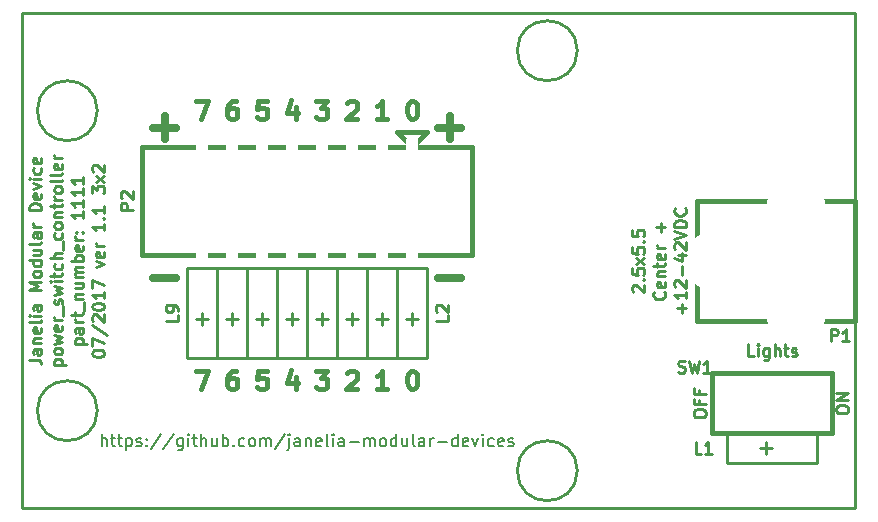
<source format=gto>
G04 #@! TF.GenerationSoftware,KiCad,Pcbnew,no-vcs-found-0633d90~59~ubuntu16.04.1*
G04 #@! TF.CreationDate,2017-07-14T14:52:39-04:00*
G04 #@! TF.ProjectId,power_switch_controller_3x2,706F7765725F7377697463685F636F6E,1.1*
G04 #@! TF.SameCoordinates,Original
G04 #@! TF.FileFunction,Legend,Top*
G04 #@! TF.FilePolarity,Positive*
%FSLAX46Y46*%
G04 Gerber Fmt 4.6, Leading zero omitted, Abs format (unit mm)*
G04 Created by KiCad (PCBNEW no-vcs-found-0633d90~59~ubuntu16.04.1) date Fri Jul 14 14:52:39 2017*
%MOMM*%
%LPD*%
G01*
G04 APERTURE LIST*
%ADD10C,0.254000*%
%ADD11C,0.635000*%
%ADD12C,0.381000*%
%ADD13C,0.228600*%
%ADD14C,0.190500*%
%ADD15C,3.556000*%
%ADD16O,1.854200X2.540000*%
%ADD17R,1.854200X2.540000*%
%ADD18O,2.032000X1.524000*%
%ADD19O,1.524000X2.032000*%
%ADD20C,1.930400*%
%ADD21O,4.572000X3.556000*%
%ADD22O,4.064000X5.080000*%
%ADD23O,5.080000X3.556000*%
%ADD24R,1.016000X4.495800*%
%ADD25O,1.651000X2.159000*%
G04 APERTURE END LIST*
D10*
X137462380Y-91536761D02*
X137414000Y-91488380D01*
X137365619Y-91391619D01*
X137365619Y-91149714D01*
X137414000Y-91052952D01*
X137462380Y-91004571D01*
X137559142Y-90956190D01*
X137655904Y-90956190D01*
X137801047Y-91004571D01*
X138381619Y-91585142D01*
X138381619Y-90956190D01*
X138284857Y-90520761D02*
X138333238Y-90472380D01*
X138381619Y-90520761D01*
X138333238Y-90569142D01*
X138284857Y-90520761D01*
X138381619Y-90520761D01*
X137365619Y-89553142D02*
X137365619Y-90036952D01*
X137849428Y-90085333D01*
X137801047Y-90036952D01*
X137752666Y-89940190D01*
X137752666Y-89698285D01*
X137801047Y-89601523D01*
X137849428Y-89553142D01*
X137946190Y-89504761D01*
X138188095Y-89504761D01*
X138284857Y-89553142D01*
X138333238Y-89601523D01*
X138381619Y-89698285D01*
X138381619Y-89940190D01*
X138333238Y-90036952D01*
X138284857Y-90085333D01*
X138381619Y-89166095D02*
X137704285Y-88633904D01*
X137704285Y-89166095D02*
X138381619Y-88633904D01*
X137365619Y-87763047D02*
X137365619Y-88246857D01*
X137849428Y-88295238D01*
X137801047Y-88246857D01*
X137752666Y-88150095D01*
X137752666Y-87908190D01*
X137801047Y-87811428D01*
X137849428Y-87763047D01*
X137946190Y-87714666D01*
X138188095Y-87714666D01*
X138284857Y-87763047D01*
X138333238Y-87811428D01*
X138381619Y-87908190D01*
X138381619Y-88150095D01*
X138333238Y-88246857D01*
X138284857Y-88295238D01*
X138284857Y-87279238D02*
X138333238Y-87230857D01*
X138381619Y-87279238D01*
X138333238Y-87327619D01*
X138284857Y-87279238D01*
X138381619Y-87279238D01*
X137365619Y-86311619D02*
X137365619Y-86795428D01*
X137849428Y-86843809D01*
X137801047Y-86795428D01*
X137752666Y-86698666D01*
X137752666Y-86456761D01*
X137801047Y-86360000D01*
X137849428Y-86311619D01*
X137946190Y-86263238D01*
X138188095Y-86263238D01*
X138284857Y-86311619D01*
X138333238Y-86360000D01*
X138381619Y-86456761D01*
X138381619Y-86698666D01*
X138333238Y-86795428D01*
X138284857Y-86843809D01*
X140062857Y-91536761D02*
X140111238Y-91585142D01*
X140159619Y-91730285D01*
X140159619Y-91827047D01*
X140111238Y-91972190D01*
X140014476Y-92068952D01*
X139917714Y-92117333D01*
X139724190Y-92165714D01*
X139579047Y-92165714D01*
X139385523Y-92117333D01*
X139288761Y-92068952D01*
X139192000Y-91972190D01*
X139143619Y-91827047D01*
X139143619Y-91730285D01*
X139192000Y-91585142D01*
X139240380Y-91536761D01*
X140111238Y-90714285D02*
X140159619Y-90811047D01*
X140159619Y-91004571D01*
X140111238Y-91101333D01*
X140014476Y-91149714D01*
X139627428Y-91149714D01*
X139530666Y-91101333D01*
X139482285Y-91004571D01*
X139482285Y-90811047D01*
X139530666Y-90714285D01*
X139627428Y-90665904D01*
X139724190Y-90665904D01*
X139820952Y-91149714D01*
X139482285Y-90230476D02*
X140159619Y-90230476D01*
X139579047Y-90230476D02*
X139530666Y-90182095D01*
X139482285Y-90085333D01*
X139482285Y-89940190D01*
X139530666Y-89843428D01*
X139627428Y-89795047D01*
X140159619Y-89795047D01*
X139482285Y-89456380D02*
X139482285Y-89069333D01*
X139143619Y-89311238D02*
X140014476Y-89311238D01*
X140111238Y-89262857D01*
X140159619Y-89166095D01*
X140159619Y-89069333D01*
X140111238Y-88343619D02*
X140159619Y-88440380D01*
X140159619Y-88633904D01*
X140111238Y-88730666D01*
X140014476Y-88779047D01*
X139627428Y-88779047D01*
X139530666Y-88730666D01*
X139482285Y-88633904D01*
X139482285Y-88440380D01*
X139530666Y-88343619D01*
X139627428Y-88295238D01*
X139724190Y-88295238D01*
X139820952Y-88779047D01*
X140159619Y-87859809D02*
X139482285Y-87859809D01*
X139675809Y-87859809D02*
X139579047Y-87811428D01*
X139530666Y-87763047D01*
X139482285Y-87666285D01*
X139482285Y-87569523D01*
X139772571Y-86456761D02*
X139772571Y-85682666D01*
X140159619Y-86069714D02*
X139385523Y-86069714D01*
X141550571Y-93302666D02*
X141550571Y-92528571D01*
X141937619Y-92915619D02*
X141163523Y-92915619D01*
X141937619Y-91512571D02*
X141937619Y-92093142D01*
X141937619Y-91802857D02*
X140921619Y-91802857D01*
X141066761Y-91899619D01*
X141163523Y-91996380D01*
X141211904Y-92093142D01*
X141018380Y-91125523D02*
X140970000Y-91077142D01*
X140921619Y-90980380D01*
X140921619Y-90738476D01*
X140970000Y-90641714D01*
X141018380Y-90593333D01*
X141115142Y-90544952D01*
X141211904Y-90544952D01*
X141357047Y-90593333D01*
X141937619Y-91173904D01*
X141937619Y-90544952D01*
X141550571Y-90109523D02*
X141550571Y-89335428D01*
X141260285Y-88416190D02*
X141937619Y-88416190D01*
X140873238Y-88658095D02*
X141598952Y-88900000D01*
X141598952Y-88271047D01*
X141018380Y-87932380D02*
X140970000Y-87884000D01*
X140921619Y-87787238D01*
X140921619Y-87545333D01*
X140970000Y-87448571D01*
X141018380Y-87400190D01*
X141115142Y-87351809D01*
X141211904Y-87351809D01*
X141357047Y-87400190D01*
X141937619Y-87980761D01*
X141937619Y-87351809D01*
X140921619Y-87061523D02*
X141937619Y-86722857D01*
X140921619Y-86384190D01*
X141937619Y-86045523D02*
X140921619Y-86045523D01*
X140921619Y-85803619D01*
X140970000Y-85658476D01*
X141066761Y-85561714D01*
X141163523Y-85513333D01*
X141357047Y-85464952D01*
X141502190Y-85464952D01*
X141695714Y-85513333D01*
X141792476Y-85561714D01*
X141889238Y-85658476D01*
X141937619Y-85803619D01*
X141937619Y-86045523D01*
X141840857Y-84448952D02*
X141889238Y-84497333D01*
X141937619Y-84642476D01*
X141937619Y-84739238D01*
X141889238Y-84884380D01*
X141792476Y-84981142D01*
X141695714Y-85029523D01*
X141502190Y-85077904D01*
X141357047Y-85077904D01*
X141163523Y-85029523D01*
X141066761Y-84981142D01*
X140970000Y-84884380D01*
X140921619Y-84739238D01*
X140921619Y-84642476D01*
X140970000Y-84497333D01*
X141018380Y-84448952D01*
X147676809Y-96979619D02*
X147193000Y-96979619D01*
X147193000Y-95963619D01*
X148015476Y-96979619D02*
X148015476Y-96302285D01*
X148015476Y-95963619D02*
X147967095Y-96012000D01*
X148015476Y-96060380D01*
X148063857Y-96012000D01*
X148015476Y-95963619D01*
X148015476Y-96060380D01*
X148934714Y-96302285D02*
X148934714Y-97124761D01*
X148886333Y-97221523D01*
X148837952Y-97269904D01*
X148741190Y-97318285D01*
X148596047Y-97318285D01*
X148499285Y-97269904D01*
X148934714Y-96931238D02*
X148837952Y-96979619D01*
X148644428Y-96979619D01*
X148547666Y-96931238D01*
X148499285Y-96882857D01*
X148450904Y-96786095D01*
X148450904Y-96495809D01*
X148499285Y-96399047D01*
X148547666Y-96350666D01*
X148644428Y-96302285D01*
X148837952Y-96302285D01*
X148934714Y-96350666D01*
X149418523Y-96979619D02*
X149418523Y-95963619D01*
X149853952Y-96979619D02*
X149853952Y-96447428D01*
X149805571Y-96350666D01*
X149708809Y-96302285D01*
X149563666Y-96302285D01*
X149466904Y-96350666D01*
X149418523Y-96399047D01*
X150192619Y-96302285D02*
X150579666Y-96302285D01*
X150337761Y-95963619D02*
X150337761Y-96834476D01*
X150386142Y-96931238D01*
X150482904Y-96979619D01*
X150579666Y-96979619D01*
X150869952Y-96931238D02*
X150966714Y-96979619D01*
X151160238Y-96979619D01*
X151257000Y-96931238D01*
X151305380Y-96834476D01*
X151305380Y-96786095D01*
X151257000Y-96689333D01*
X151160238Y-96640952D01*
X151015095Y-96640952D01*
X150918333Y-96592571D01*
X150869952Y-96495809D01*
X150869952Y-96447428D01*
X150918333Y-96350666D01*
X151015095Y-96302285D01*
X151160238Y-96302285D01*
X151257000Y-96350666D01*
D11*
X120952380Y-90351428D02*
X122887619Y-90351428D01*
X96822380Y-90351428D02*
X98757619Y-90351428D01*
X120952380Y-77651428D02*
X122887619Y-77651428D01*
X121920000Y-78619047D02*
X121920000Y-76683809D01*
X96822380Y-77651428D02*
X98757619Y-77651428D01*
X97790000Y-78619047D02*
X97790000Y-76683809D01*
D12*
X100457000Y-75365428D02*
X101473000Y-75365428D01*
X100819857Y-76889428D01*
X103795285Y-75365428D02*
X103505000Y-75365428D01*
X103359857Y-75438000D01*
X103287285Y-75510571D01*
X103142142Y-75728285D01*
X103069571Y-76018571D01*
X103069571Y-76599142D01*
X103142142Y-76744285D01*
X103214714Y-76816857D01*
X103359857Y-76889428D01*
X103650142Y-76889428D01*
X103795285Y-76816857D01*
X103867857Y-76744285D01*
X103940428Y-76599142D01*
X103940428Y-76236285D01*
X103867857Y-76091142D01*
X103795285Y-76018571D01*
X103650142Y-75946000D01*
X103359857Y-75946000D01*
X103214714Y-76018571D01*
X103142142Y-76091142D01*
X103069571Y-76236285D01*
X106407857Y-75365428D02*
X105682142Y-75365428D01*
X105609571Y-76091142D01*
X105682142Y-76018571D01*
X105827285Y-75946000D01*
X106190142Y-75946000D01*
X106335285Y-76018571D01*
X106407857Y-76091142D01*
X106480428Y-76236285D01*
X106480428Y-76599142D01*
X106407857Y-76744285D01*
X106335285Y-76816857D01*
X106190142Y-76889428D01*
X105827285Y-76889428D01*
X105682142Y-76816857D01*
X105609571Y-76744285D01*
X108875285Y-75873428D02*
X108875285Y-76889428D01*
X108512428Y-75292857D02*
X108149571Y-76381428D01*
X109093000Y-76381428D01*
X110617000Y-75365428D02*
X111560428Y-75365428D01*
X111052428Y-75946000D01*
X111270142Y-75946000D01*
X111415285Y-76018571D01*
X111487857Y-76091142D01*
X111560428Y-76236285D01*
X111560428Y-76599142D01*
X111487857Y-76744285D01*
X111415285Y-76816857D01*
X111270142Y-76889428D01*
X110834714Y-76889428D01*
X110689571Y-76816857D01*
X110617000Y-76744285D01*
X113229571Y-75510571D02*
X113302142Y-75438000D01*
X113447285Y-75365428D01*
X113810142Y-75365428D01*
X113955285Y-75438000D01*
X114027857Y-75510571D01*
X114100428Y-75655714D01*
X114100428Y-75800857D01*
X114027857Y-76018571D01*
X113157000Y-76889428D01*
X114100428Y-76889428D01*
X116640428Y-76889428D02*
X115769571Y-76889428D01*
X116205000Y-76889428D02*
X116205000Y-75365428D01*
X116059857Y-75583142D01*
X115914714Y-75728285D01*
X115769571Y-75800857D01*
X100457000Y-98225428D02*
X101473000Y-98225428D01*
X100819857Y-99749428D01*
X103795285Y-98225428D02*
X103505000Y-98225428D01*
X103359857Y-98298000D01*
X103287285Y-98370571D01*
X103142142Y-98588285D01*
X103069571Y-98878571D01*
X103069571Y-99459142D01*
X103142142Y-99604285D01*
X103214714Y-99676857D01*
X103359857Y-99749428D01*
X103650142Y-99749428D01*
X103795285Y-99676857D01*
X103867857Y-99604285D01*
X103940428Y-99459142D01*
X103940428Y-99096285D01*
X103867857Y-98951142D01*
X103795285Y-98878571D01*
X103650142Y-98806000D01*
X103359857Y-98806000D01*
X103214714Y-98878571D01*
X103142142Y-98951142D01*
X103069571Y-99096285D01*
X106407857Y-98225428D02*
X105682142Y-98225428D01*
X105609571Y-98951142D01*
X105682142Y-98878571D01*
X105827285Y-98806000D01*
X106190142Y-98806000D01*
X106335285Y-98878571D01*
X106407857Y-98951142D01*
X106480428Y-99096285D01*
X106480428Y-99459142D01*
X106407857Y-99604285D01*
X106335285Y-99676857D01*
X106190142Y-99749428D01*
X105827285Y-99749428D01*
X105682142Y-99676857D01*
X105609571Y-99604285D01*
X108875285Y-98733428D02*
X108875285Y-99749428D01*
X108512428Y-98152857D02*
X108149571Y-99241428D01*
X109093000Y-99241428D01*
X110617000Y-98225428D02*
X111560428Y-98225428D01*
X111052428Y-98806000D01*
X111270142Y-98806000D01*
X111415285Y-98878571D01*
X111487857Y-98951142D01*
X111560428Y-99096285D01*
X111560428Y-99459142D01*
X111487857Y-99604285D01*
X111415285Y-99676857D01*
X111270142Y-99749428D01*
X110834714Y-99749428D01*
X110689571Y-99676857D01*
X110617000Y-99604285D01*
X113229571Y-98370571D02*
X113302142Y-98298000D01*
X113447285Y-98225428D01*
X113810142Y-98225428D01*
X113955285Y-98298000D01*
X114027857Y-98370571D01*
X114100428Y-98515714D01*
X114100428Y-98660857D01*
X114027857Y-98878571D01*
X113157000Y-99749428D01*
X114100428Y-99749428D01*
X116640428Y-99749428D02*
X115769571Y-99749428D01*
X116205000Y-99749428D02*
X116205000Y-98225428D01*
X116059857Y-98443142D01*
X115914714Y-98588285D01*
X115769571Y-98660857D01*
X118672428Y-98225428D02*
X118817571Y-98225428D01*
X118962714Y-98298000D01*
X119035285Y-98370571D01*
X119107857Y-98515714D01*
X119180428Y-98806000D01*
X119180428Y-99168857D01*
X119107857Y-99459142D01*
X119035285Y-99604285D01*
X118962714Y-99676857D01*
X118817571Y-99749428D01*
X118672428Y-99749428D01*
X118527285Y-99676857D01*
X118454714Y-99604285D01*
X118382142Y-99459142D01*
X118309571Y-99168857D01*
X118309571Y-98806000D01*
X118382142Y-98515714D01*
X118454714Y-98370571D01*
X118527285Y-98298000D01*
X118672428Y-98225428D01*
X118672428Y-75365428D02*
X118817571Y-75365428D01*
X118962714Y-75438000D01*
X119035285Y-75510571D01*
X119107857Y-75655714D01*
X119180428Y-75946000D01*
X119180428Y-76308857D01*
X119107857Y-76599142D01*
X119035285Y-76744285D01*
X118962714Y-76816857D01*
X118817571Y-76889428D01*
X118672428Y-76889428D01*
X118527285Y-76816857D01*
X118454714Y-76744285D01*
X118382142Y-76599142D01*
X118309571Y-76308857D01*
X118309571Y-75946000D01*
X118382142Y-75655714D01*
X118454714Y-75510571D01*
X118527285Y-75438000D01*
X118672428Y-75365428D01*
D13*
X156210000Y-67945000D02*
X85725000Y-67945000D01*
X156210000Y-109855000D02*
X156210000Y-67945000D01*
X85725000Y-109855000D02*
X156210000Y-109855000D01*
X85725000Y-67945000D02*
X85725000Y-109855000D01*
D14*
X92437857Y-104599619D02*
X92437857Y-103583619D01*
X92873285Y-104599619D02*
X92873285Y-104067428D01*
X92824904Y-103970666D01*
X92728142Y-103922285D01*
X92583000Y-103922285D01*
X92486238Y-103970666D01*
X92437857Y-104019047D01*
X93211952Y-103922285D02*
X93599000Y-103922285D01*
X93357095Y-103583619D02*
X93357095Y-104454476D01*
X93405476Y-104551238D01*
X93502238Y-104599619D01*
X93599000Y-104599619D01*
X93792523Y-103922285D02*
X94179571Y-103922285D01*
X93937666Y-103583619D02*
X93937666Y-104454476D01*
X93986047Y-104551238D01*
X94082809Y-104599619D01*
X94179571Y-104599619D01*
X94518238Y-103922285D02*
X94518238Y-104938285D01*
X94518238Y-103970666D02*
X94615000Y-103922285D01*
X94808523Y-103922285D01*
X94905285Y-103970666D01*
X94953666Y-104019047D01*
X95002047Y-104115809D01*
X95002047Y-104406095D01*
X94953666Y-104502857D01*
X94905285Y-104551238D01*
X94808523Y-104599619D01*
X94615000Y-104599619D01*
X94518238Y-104551238D01*
X95389095Y-104551238D02*
X95485857Y-104599619D01*
X95679380Y-104599619D01*
X95776142Y-104551238D01*
X95824523Y-104454476D01*
X95824523Y-104406095D01*
X95776142Y-104309333D01*
X95679380Y-104260952D01*
X95534238Y-104260952D01*
X95437476Y-104212571D01*
X95389095Y-104115809D01*
X95389095Y-104067428D01*
X95437476Y-103970666D01*
X95534238Y-103922285D01*
X95679380Y-103922285D01*
X95776142Y-103970666D01*
X96259952Y-104502857D02*
X96308333Y-104551238D01*
X96259952Y-104599619D01*
X96211571Y-104551238D01*
X96259952Y-104502857D01*
X96259952Y-104599619D01*
X96259952Y-103970666D02*
X96308333Y-104019047D01*
X96259952Y-104067428D01*
X96211571Y-104019047D01*
X96259952Y-103970666D01*
X96259952Y-104067428D01*
X97469476Y-103535238D02*
X96598619Y-104841523D01*
X98533857Y-103535238D02*
X97663000Y-104841523D01*
X99307952Y-103922285D02*
X99307952Y-104744761D01*
X99259571Y-104841523D01*
X99211190Y-104889904D01*
X99114428Y-104938285D01*
X98969285Y-104938285D01*
X98872523Y-104889904D01*
X99307952Y-104551238D02*
X99211190Y-104599619D01*
X99017666Y-104599619D01*
X98920904Y-104551238D01*
X98872523Y-104502857D01*
X98824142Y-104406095D01*
X98824142Y-104115809D01*
X98872523Y-104019047D01*
X98920904Y-103970666D01*
X99017666Y-103922285D01*
X99211190Y-103922285D01*
X99307952Y-103970666D01*
X99791761Y-104599619D02*
X99791761Y-103922285D01*
X99791761Y-103583619D02*
X99743380Y-103632000D01*
X99791761Y-103680380D01*
X99840142Y-103632000D01*
X99791761Y-103583619D01*
X99791761Y-103680380D01*
X100130428Y-103922285D02*
X100517476Y-103922285D01*
X100275571Y-103583619D02*
X100275571Y-104454476D01*
X100323952Y-104551238D01*
X100420714Y-104599619D01*
X100517476Y-104599619D01*
X100856142Y-104599619D02*
X100856142Y-103583619D01*
X101291571Y-104599619D02*
X101291571Y-104067428D01*
X101243190Y-103970666D01*
X101146428Y-103922285D01*
X101001285Y-103922285D01*
X100904523Y-103970666D01*
X100856142Y-104019047D01*
X102210809Y-103922285D02*
X102210809Y-104599619D01*
X101775380Y-103922285D02*
X101775380Y-104454476D01*
X101823761Y-104551238D01*
X101920523Y-104599619D01*
X102065666Y-104599619D01*
X102162428Y-104551238D01*
X102210809Y-104502857D01*
X102694619Y-104599619D02*
X102694619Y-103583619D01*
X102694619Y-103970666D02*
X102791380Y-103922285D01*
X102984904Y-103922285D01*
X103081666Y-103970666D01*
X103130047Y-104019047D01*
X103178428Y-104115809D01*
X103178428Y-104406095D01*
X103130047Y-104502857D01*
X103081666Y-104551238D01*
X102984904Y-104599619D01*
X102791380Y-104599619D01*
X102694619Y-104551238D01*
X103613857Y-104502857D02*
X103662238Y-104551238D01*
X103613857Y-104599619D01*
X103565476Y-104551238D01*
X103613857Y-104502857D01*
X103613857Y-104599619D01*
X104533095Y-104551238D02*
X104436333Y-104599619D01*
X104242809Y-104599619D01*
X104146047Y-104551238D01*
X104097666Y-104502857D01*
X104049285Y-104406095D01*
X104049285Y-104115809D01*
X104097666Y-104019047D01*
X104146047Y-103970666D01*
X104242809Y-103922285D01*
X104436333Y-103922285D01*
X104533095Y-103970666D01*
X105113666Y-104599619D02*
X105016904Y-104551238D01*
X104968523Y-104502857D01*
X104920142Y-104406095D01*
X104920142Y-104115809D01*
X104968523Y-104019047D01*
X105016904Y-103970666D01*
X105113666Y-103922285D01*
X105258809Y-103922285D01*
X105355571Y-103970666D01*
X105403952Y-104019047D01*
X105452333Y-104115809D01*
X105452333Y-104406095D01*
X105403952Y-104502857D01*
X105355571Y-104551238D01*
X105258809Y-104599619D01*
X105113666Y-104599619D01*
X105887761Y-104599619D02*
X105887761Y-103922285D01*
X105887761Y-104019047D02*
X105936142Y-103970666D01*
X106032904Y-103922285D01*
X106178047Y-103922285D01*
X106274809Y-103970666D01*
X106323190Y-104067428D01*
X106323190Y-104599619D01*
X106323190Y-104067428D02*
X106371571Y-103970666D01*
X106468333Y-103922285D01*
X106613476Y-103922285D01*
X106710238Y-103970666D01*
X106758619Y-104067428D01*
X106758619Y-104599619D01*
X107968142Y-103535238D02*
X107097285Y-104841523D01*
X108306809Y-103922285D02*
X108306809Y-104793142D01*
X108258428Y-104889904D01*
X108161666Y-104938285D01*
X108113285Y-104938285D01*
X108306809Y-103583619D02*
X108258428Y-103632000D01*
X108306809Y-103680380D01*
X108355190Y-103632000D01*
X108306809Y-103583619D01*
X108306809Y-103680380D01*
X109226047Y-104599619D02*
X109226047Y-104067428D01*
X109177666Y-103970666D01*
X109080904Y-103922285D01*
X108887380Y-103922285D01*
X108790619Y-103970666D01*
X109226047Y-104551238D02*
X109129285Y-104599619D01*
X108887380Y-104599619D01*
X108790619Y-104551238D01*
X108742238Y-104454476D01*
X108742238Y-104357714D01*
X108790619Y-104260952D01*
X108887380Y-104212571D01*
X109129285Y-104212571D01*
X109226047Y-104164190D01*
X109709857Y-103922285D02*
X109709857Y-104599619D01*
X109709857Y-104019047D02*
X109758238Y-103970666D01*
X109855000Y-103922285D01*
X110000142Y-103922285D01*
X110096904Y-103970666D01*
X110145285Y-104067428D01*
X110145285Y-104599619D01*
X111016142Y-104551238D02*
X110919380Y-104599619D01*
X110725857Y-104599619D01*
X110629095Y-104551238D01*
X110580714Y-104454476D01*
X110580714Y-104067428D01*
X110629095Y-103970666D01*
X110725857Y-103922285D01*
X110919380Y-103922285D01*
X111016142Y-103970666D01*
X111064523Y-104067428D01*
X111064523Y-104164190D01*
X110580714Y-104260952D01*
X111645095Y-104599619D02*
X111548333Y-104551238D01*
X111499952Y-104454476D01*
X111499952Y-103583619D01*
X112032142Y-104599619D02*
X112032142Y-103922285D01*
X112032142Y-103583619D02*
X111983761Y-103632000D01*
X112032142Y-103680380D01*
X112080523Y-103632000D01*
X112032142Y-103583619D01*
X112032142Y-103680380D01*
X112951380Y-104599619D02*
X112951380Y-104067428D01*
X112903000Y-103970666D01*
X112806238Y-103922285D01*
X112612714Y-103922285D01*
X112515952Y-103970666D01*
X112951380Y-104551238D02*
X112854619Y-104599619D01*
X112612714Y-104599619D01*
X112515952Y-104551238D01*
X112467571Y-104454476D01*
X112467571Y-104357714D01*
X112515952Y-104260952D01*
X112612714Y-104212571D01*
X112854619Y-104212571D01*
X112951380Y-104164190D01*
X113435190Y-104212571D02*
X114209285Y-104212571D01*
X114693095Y-104599619D02*
X114693095Y-103922285D01*
X114693095Y-104019047D02*
X114741476Y-103970666D01*
X114838238Y-103922285D01*
X114983380Y-103922285D01*
X115080142Y-103970666D01*
X115128523Y-104067428D01*
X115128523Y-104599619D01*
X115128523Y-104067428D02*
X115176904Y-103970666D01*
X115273666Y-103922285D01*
X115418809Y-103922285D01*
X115515571Y-103970666D01*
X115563952Y-104067428D01*
X115563952Y-104599619D01*
X116192904Y-104599619D02*
X116096142Y-104551238D01*
X116047761Y-104502857D01*
X115999380Y-104406095D01*
X115999380Y-104115809D01*
X116047761Y-104019047D01*
X116096142Y-103970666D01*
X116192904Y-103922285D01*
X116338047Y-103922285D01*
X116434809Y-103970666D01*
X116483190Y-104019047D01*
X116531571Y-104115809D01*
X116531571Y-104406095D01*
X116483190Y-104502857D01*
X116434809Y-104551238D01*
X116338047Y-104599619D01*
X116192904Y-104599619D01*
X117402428Y-104599619D02*
X117402428Y-103583619D01*
X117402428Y-104551238D02*
X117305666Y-104599619D01*
X117112142Y-104599619D01*
X117015380Y-104551238D01*
X116967000Y-104502857D01*
X116918619Y-104406095D01*
X116918619Y-104115809D01*
X116967000Y-104019047D01*
X117015380Y-103970666D01*
X117112142Y-103922285D01*
X117305666Y-103922285D01*
X117402428Y-103970666D01*
X118321666Y-103922285D02*
X118321666Y-104599619D01*
X117886238Y-103922285D02*
X117886238Y-104454476D01*
X117934619Y-104551238D01*
X118031380Y-104599619D01*
X118176523Y-104599619D01*
X118273285Y-104551238D01*
X118321666Y-104502857D01*
X118950619Y-104599619D02*
X118853857Y-104551238D01*
X118805476Y-104454476D01*
X118805476Y-103583619D01*
X119773095Y-104599619D02*
X119773095Y-104067428D01*
X119724714Y-103970666D01*
X119627952Y-103922285D01*
X119434428Y-103922285D01*
X119337666Y-103970666D01*
X119773095Y-104551238D02*
X119676333Y-104599619D01*
X119434428Y-104599619D01*
X119337666Y-104551238D01*
X119289285Y-104454476D01*
X119289285Y-104357714D01*
X119337666Y-104260952D01*
X119434428Y-104212571D01*
X119676333Y-104212571D01*
X119773095Y-104164190D01*
X120256904Y-104599619D02*
X120256904Y-103922285D01*
X120256904Y-104115809D02*
X120305285Y-104019047D01*
X120353666Y-103970666D01*
X120450428Y-103922285D01*
X120547190Y-103922285D01*
X120885857Y-104212571D02*
X121659952Y-104212571D01*
X122579190Y-104599619D02*
X122579190Y-103583619D01*
X122579190Y-104551238D02*
X122482428Y-104599619D01*
X122288904Y-104599619D01*
X122192142Y-104551238D01*
X122143761Y-104502857D01*
X122095380Y-104406095D01*
X122095380Y-104115809D01*
X122143761Y-104019047D01*
X122192142Y-103970666D01*
X122288904Y-103922285D01*
X122482428Y-103922285D01*
X122579190Y-103970666D01*
X123450047Y-104551238D02*
X123353285Y-104599619D01*
X123159761Y-104599619D01*
X123063000Y-104551238D01*
X123014619Y-104454476D01*
X123014619Y-104067428D01*
X123063000Y-103970666D01*
X123159761Y-103922285D01*
X123353285Y-103922285D01*
X123450047Y-103970666D01*
X123498428Y-104067428D01*
X123498428Y-104164190D01*
X123014619Y-104260952D01*
X123837095Y-103922285D02*
X124079000Y-104599619D01*
X124320904Y-103922285D01*
X124707952Y-104599619D02*
X124707952Y-103922285D01*
X124707952Y-103583619D02*
X124659571Y-103632000D01*
X124707952Y-103680380D01*
X124756333Y-103632000D01*
X124707952Y-103583619D01*
X124707952Y-103680380D01*
X125627190Y-104551238D02*
X125530428Y-104599619D01*
X125336904Y-104599619D01*
X125240142Y-104551238D01*
X125191761Y-104502857D01*
X125143380Y-104406095D01*
X125143380Y-104115809D01*
X125191761Y-104019047D01*
X125240142Y-103970666D01*
X125336904Y-103922285D01*
X125530428Y-103922285D01*
X125627190Y-103970666D01*
X126449666Y-104551238D02*
X126352904Y-104599619D01*
X126159380Y-104599619D01*
X126062619Y-104551238D01*
X126014238Y-104454476D01*
X126014238Y-104067428D01*
X126062619Y-103970666D01*
X126159380Y-103922285D01*
X126352904Y-103922285D01*
X126449666Y-103970666D01*
X126498047Y-104067428D01*
X126498047Y-104164190D01*
X126014238Y-104260952D01*
X126885095Y-104551238D02*
X126981857Y-104599619D01*
X127175380Y-104599619D01*
X127272142Y-104551238D01*
X127320523Y-104454476D01*
X127320523Y-104406095D01*
X127272142Y-104309333D01*
X127175380Y-104260952D01*
X127030238Y-104260952D01*
X126933476Y-104212571D01*
X126885095Y-104115809D01*
X126885095Y-104067428D01*
X126933476Y-103970666D01*
X127030238Y-103922285D01*
X127175380Y-103922285D01*
X127272142Y-103970666D01*
D10*
X86311619Y-97294095D02*
X87037333Y-97294095D01*
X87182476Y-97342476D01*
X87279238Y-97439238D01*
X87327619Y-97584380D01*
X87327619Y-97681142D01*
X87327619Y-96374857D02*
X86795428Y-96374857D01*
X86698666Y-96423238D01*
X86650285Y-96520000D01*
X86650285Y-96713523D01*
X86698666Y-96810285D01*
X87279238Y-96374857D02*
X87327619Y-96471619D01*
X87327619Y-96713523D01*
X87279238Y-96810285D01*
X87182476Y-96858666D01*
X87085714Y-96858666D01*
X86988952Y-96810285D01*
X86940571Y-96713523D01*
X86940571Y-96471619D01*
X86892190Y-96374857D01*
X86650285Y-95891047D02*
X87327619Y-95891047D01*
X86747047Y-95891047D02*
X86698666Y-95842666D01*
X86650285Y-95745904D01*
X86650285Y-95600761D01*
X86698666Y-95504000D01*
X86795428Y-95455619D01*
X87327619Y-95455619D01*
X87279238Y-94584761D02*
X87327619Y-94681523D01*
X87327619Y-94875047D01*
X87279238Y-94971809D01*
X87182476Y-95020190D01*
X86795428Y-95020190D01*
X86698666Y-94971809D01*
X86650285Y-94875047D01*
X86650285Y-94681523D01*
X86698666Y-94584761D01*
X86795428Y-94536380D01*
X86892190Y-94536380D01*
X86988952Y-95020190D01*
X87327619Y-93955809D02*
X87279238Y-94052571D01*
X87182476Y-94100952D01*
X86311619Y-94100952D01*
X87327619Y-93568761D02*
X86650285Y-93568761D01*
X86311619Y-93568761D02*
X86360000Y-93617142D01*
X86408380Y-93568761D01*
X86360000Y-93520380D01*
X86311619Y-93568761D01*
X86408380Y-93568761D01*
X87327619Y-92649523D02*
X86795428Y-92649523D01*
X86698666Y-92697904D01*
X86650285Y-92794666D01*
X86650285Y-92988190D01*
X86698666Y-93084952D01*
X87279238Y-92649523D02*
X87327619Y-92746285D01*
X87327619Y-92988190D01*
X87279238Y-93084952D01*
X87182476Y-93133333D01*
X87085714Y-93133333D01*
X86988952Y-93084952D01*
X86940571Y-92988190D01*
X86940571Y-92746285D01*
X86892190Y-92649523D01*
X87327619Y-91391619D02*
X86311619Y-91391619D01*
X87037333Y-91052952D01*
X86311619Y-90714285D01*
X87327619Y-90714285D01*
X87327619Y-90085333D02*
X87279238Y-90182095D01*
X87230857Y-90230476D01*
X87134095Y-90278857D01*
X86843809Y-90278857D01*
X86747047Y-90230476D01*
X86698666Y-90182095D01*
X86650285Y-90085333D01*
X86650285Y-89940190D01*
X86698666Y-89843428D01*
X86747047Y-89795047D01*
X86843809Y-89746666D01*
X87134095Y-89746666D01*
X87230857Y-89795047D01*
X87279238Y-89843428D01*
X87327619Y-89940190D01*
X87327619Y-90085333D01*
X87327619Y-88875809D02*
X86311619Y-88875809D01*
X87279238Y-88875809D02*
X87327619Y-88972571D01*
X87327619Y-89166095D01*
X87279238Y-89262857D01*
X87230857Y-89311238D01*
X87134095Y-89359619D01*
X86843809Y-89359619D01*
X86747047Y-89311238D01*
X86698666Y-89262857D01*
X86650285Y-89166095D01*
X86650285Y-88972571D01*
X86698666Y-88875809D01*
X86650285Y-87956571D02*
X87327619Y-87956571D01*
X86650285Y-88392000D02*
X87182476Y-88392000D01*
X87279238Y-88343619D01*
X87327619Y-88246857D01*
X87327619Y-88101714D01*
X87279238Y-88004952D01*
X87230857Y-87956571D01*
X87327619Y-87327619D02*
X87279238Y-87424380D01*
X87182476Y-87472761D01*
X86311619Y-87472761D01*
X87327619Y-86505142D02*
X86795428Y-86505142D01*
X86698666Y-86553523D01*
X86650285Y-86650285D01*
X86650285Y-86843809D01*
X86698666Y-86940571D01*
X87279238Y-86505142D02*
X87327619Y-86601904D01*
X87327619Y-86843809D01*
X87279238Y-86940571D01*
X87182476Y-86988952D01*
X87085714Y-86988952D01*
X86988952Y-86940571D01*
X86940571Y-86843809D01*
X86940571Y-86601904D01*
X86892190Y-86505142D01*
X87327619Y-86021333D02*
X86650285Y-86021333D01*
X86843809Y-86021333D02*
X86747047Y-85972952D01*
X86698666Y-85924571D01*
X86650285Y-85827809D01*
X86650285Y-85731047D01*
X87327619Y-84618285D02*
X86311619Y-84618285D01*
X86311619Y-84376380D01*
X86360000Y-84231238D01*
X86456761Y-84134476D01*
X86553523Y-84086095D01*
X86747047Y-84037714D01*
X86892190Y-84037714D01*
X87085714Y-84086095D01*
X87182476Y-84134476D01*
X87279238Y-84231238D01*
X87327619Y-84376380D01*
X87327619Y-84618285D01*
X87279238Y-83215238D02*
X87327619Y-83312000D01*
X87327619Y-83505523D01*
X87279238Y-83602285D01*
X87182476Y-83650666D01*
X86795428Y-83650666D01*
X86698666Y-83602285D01*
X86650285Y-83505523D01*
X86650285Y-83312000D01*
X86698666Y-83215238D01*
X86795428Y-83166857D01*
X86892190Y-83166857D01*
X86988952Y-83650666D01*
X86650285Y-82828190D02*
X87327619Y-82586285D01*
X86650285Y-82344380D01*
X87327619Y-81957333D02*
X86650285Y-81957333D01*
X86311619Y-81957333D02*
X86360000Y-82005714D01*
X86408380Y-81957333D01*
X86360000Y-81908952D01*
X86311619Y-81957333D01*
X86408380Y-81957333D01*
X87279238Y-81038095D02*
X87327619Y-81134857D01*
X87327619Y-81328380D01*
X87279238Y-81425142D01*
X87230857Y-81473523D01*
X87134095Y-81521904D01*
X86843809Y-81521904D01*
X86747047Y-81473523D01*
X86698666Y-81425142D01*
X86650285Y-81328380D01*
X86650285Y-81134857D01*
X86698666Y-81038095D01*
X87279238Y-80215619D02*
X87327619Y-80312380D01*
X87327619Y-80505904D01*
X87279238Y-80602666D01*
X87182476Y-80651047D01*
X86795428Y-80651047D01*
X86698666Y-80602666D01*
X86650285Y-80505904D01*
X86650285Y-80312380D01*
X86698666Y-80215619D01*
X86795428Y-80167238D01*
X86892190Y-80167238D01*
X86988952Y-80651047D01*
X88428285Y-97705333D02*
X89444285Y-97705333D01*
X88476666Y-97705333D02*
X88428285Y-97608571D01*
X88428285Y-97415047D01*
X88476666Y-97318285D01*
X88525047Y-97269904D01*
X88621809Y-97221523D01*
X88912095Y-97221523D01*
X89008857Y-97269904D01*
X89057238Y-97318285D01*
X89105619Y-97415047D01*
X89105619Y-97608571D01*
X89057238Y-97705333D01*
X89105619Y-96640952D02*
X89057238Y-96737714D01*
X89008857Y-96786095D01*
X88912095Y-96834476D01*
X88621809Y-96834476D01*
X88525047Y-96786095D01*
X88476666Y-96737714D01*
X88428285Y-96640952D01*
X88428285Y-96495809D01*
X88476666Y-96399047D01*
X88525047Y-96350666D01*
X88621809Y-96302285D01*
X88912095Y-96302285D01*
X89008857Y-96350666D01*
X89057238Y-96399047D01*
X89105619Y-96495809D01*
X89105619Y-96640952D01*
X88428285Y-95963619D02*
X89105619Y-95770095D01*
X88621809Y-95576571D01*
X89105619Y-95383047D01*
X88428285Y-95189523D01*
X89057238Y-94415428D02*
X89105619Y-94512190D01*
X89105619Y-94705714D01*
X89057238Y-94802476D01*
X88960476Y-94850857D01*
X88573428Y-94850857D01*
X88476666Y-94802476D01*
X88428285Y-94705714D01*
X88428285Y-94512190D01*
X88476666Y-94415428D01*
X88573428Y-94367047D01*
X88670190Y-94367047D01*
X88766952Y-94850857D01*
X89105619Y-93931619D02*
X88428285Y-93931619D01*
X88621809Y-93931619D02*
X88525047Y-93883238D01*
X88476666Y-93834857D01*
X88428285Y-93738095D01*
X88428285Y-93641333D01*
X89202380Y-93544571D02*
X89202380Y-92770476D01*
X89057238Y-92576952D02*
X89105619Y-92480190D01*
X89105619Y-92286666D01*
X89057238Y-92189904D01*
X88960476Y-92141523D01*
X88912095Y-92141523D01*
X88815333Y-92189904D01*
X88766952Y-92286666D01*
X88766952Y-92431809D01*
X88718571Y-92528571D01*
X88621809Y-92576952D01*
X88573428Y-92576952D01*
X88476666Y-92528571D01*
X88428285Y-92431809D01*
X88428285Y-92286666D01*
X88476666Y-92189904D01*
X88428285Y-91802857D02*
X89105619Y-91609333D01*
X88621809Y-91415809D01*
X89105619Y-91222285D01*
X88428285Y-91028761D01*
X89105619Y-90641714D02*
X88428285Y-90641714D01*
X88089619Y-90641714D02*
X88138000Y-90690095D01*
X88186380Y-90641714D01*
X88138000Y-90593333D01*
X88089619Y-90641714D01*
X88186380Y-90641714D01*
X88428285Y-90303047D02*
X88428285Y-89916000D01*
X88089619Y-90157904D02*
X88960476Y-90157904D01*
X89057238Y-90109523D01*
X89105619Y-90012761D01*
X89105619Y-89916000D01*
X89057238Y-89141904D02*
X89105619Y-89238666D01*
X89105619Y-89432190D01*
X89057238Y-89528952D01*
X89008857Y-89577333D01*
X88912095Y-89625714D01*
X88621809Y-89625714D01*
X88525047Y-89577333D01*
X88476666Y-89528952D01*
X88428285Y-89432190D01*
X88428285Y-89238666D01*
X88476666Y-89141904D01*
X89105619Y-88706476D02*
X88089619Y-88706476D01*
X89105619Y-88271047D02*
X88573428Y-88271047D01*
X88476666Y-88319428D01*
X88428285Y-88416190D01*
X88428285Y-88561333D01*
X88476666Y-88658095D01*
X88525047Y-88706476D01*
X89202380Y-88029142D02*
X89202380Y-87255047D01*
X89057238Y-86577714D02*
X89105619Y-86674476D01*
X89105619Y-86868000D01*
X89057238Y-86964761D01*
X89008857Y-87013142D01*
X88912095Y-87061523D01*
X88621809Y-87061523D01*
X88525047Y-87013142D01*
X88476666Y-86964761D01*
X88428285Y-86868000D01*
X88428285Y-86674476D01*
X88476666Y-86577714D01*
X89105619Y-85997142D02*
X89057238Y-86093904D01*
X89008857Y-86142285D01*
X88912095Y-86190666D01*
X88621809Y-86190666D01*
X88525047Y-86142285D01*
X88476666Y-86093904D01*
X88428285Y-85997142D01*
X88428285Y-85852000D01*
X88476666Y-85755238D01*
X88525047Y-85706857D01*
X88621809Y-85658476D01*
X88912095Y-85658476D01*
X89008857Y-85706857D01*
X89057238Y-85755238D01*
X89105619Y-85852000D01*
X89105619Y-85997142D01*
X88428285Y-85223047D02*
X89105619Y-85223047D01*
X88525047Y-85223047D02*
X88476666Y-85174666D01*
X88428285Y-85077904D01*
X88428285Y-84932761D01*
X88476666Y-84836000D01*
X88573428Y-84787619D01*
X89105619Y-84787619D01*
X88428285Y-84448952D02*
X88428285Y-84061904D01*
X88089619Y-84303809D02*
X88960476Y-84303809D01*
X89057238Y-84255428D01*
X89105619Y-84158666D01*
X89105619Y-84061904D01*
X89105619Y-83723238D02*
X88428285Y-83723238D01*
X88621809Y-83723238D02*
X88525047Y-83674857D01*
X88476666Y-83626476D01*
X88428285Y-83529714D01*
X88428285Y-83432952D01*
X89105619Y-82949142D02*
X89057238Y-83045904D01*
X89008857Y-83094285D01*
X88912095Y-83142666D01*
X88621809Y-83142666D01*
X88525047Y-83094285D01*
X88476666Y-83045904D01*
X88428285Y-82949142D01*
X88428285Y-82804000D01*
X88476666Y-82707238D01*
X88525047Y-82658857D01*
X88621809Y-82610476D01*
X88912095Y-82610476D01*
X89008857Y-82658857D01*
X89057238Y-82707238D01*
X89105619Y-82804000D01*
X89105619Y-82949142D01*
X89105619Y-82029904D02*
X89057238Y-82126666D01*
X88960476Y-82175047D01*
X88089619Y-82175047D01*
X89105619Y-81497714D02*
X89057238Y-81594476D01*
X88960476Y-81642857D01*
X88089619Y-81642857D01*
X89057238Y-80723619D02*
X89105619Y-80820380D01*
X89105619Y-81013904D01*
X89057238Y-81110666D01*
X88960476Y-81159047D01*
X88573428Y-81159047D01*
X88476666Y-81110666D01*
X88428285Y-81013904D01*
X88428285Y-80820380D01*
X88476666Y-80723619D01*
X88573428Y-80675238D01*
X88670190Y-80675238D01*
X88766952Y-81159047D01*
X89105619Y-80239809D02*
X88428285Y-80239809D01*
X88621809Y-80239809D02*
X88525047Y-80191428D01*
X88476666Y-80143047D01*
X88428285Y-80046285D01*
X88428285Y-79949523D01*
X90206285Y-95939428D02*
X91222285Y-95939428D01*
X90254666Y-95939428D02*
X90206285Y-95842666D01*
X90206285Y-95649142D01*
X90254666Y-95552380D01*
X90303047Y-95504000D01*
X90399809Y-95455619D01*
X90690095Y-95455619D01*
X90786857Y-95504000D01*
X90835238Y-95552380D01*
X90883619Y-95649142D01*
X90883619Y-95842666D01*
X90835238Y-95939428D01*
X90883619Y-94584761D02*
X90351428Y-94584761D01*
X90254666Y-94633142D01*
X90206285Y-94729904D01*
X90206285Y-94923428D01*
X90254666Y-95020190D01*
X90835238Y-94584761D02*
X90883619Y-94681523D01*
X90883619Y-94923428D01*
X90835238Y-95020190D01*
X90738476Y-95068571D01*
X90641714Y-95068571D01*
X90544952Y-95020190D01*
X90496571Y-94923428D01*
X90496571Y-94681523D01*
X90448190Y-94584761D01*
X90883619Y-94100952D02*
X90206285Y-94100952D01*
X90399809Y-94100952D02*
X90303047Y-94052571D01*
X90254666Y-94004190D01*
X90206285Y-93907428D01*
X90206285Y-93810666D01*
X90206285Y-93617142D02*
X90206285Y-93230095D01*
X89867619Y-93472000D02*
X90738476Y-93472000D01*
X90835238Y-93423619D01*
X90883619Y-93326857D01*
X90883619Y-93230095D01*
X90980380Y-93133333D02*
X90980380Y-92359238D01*
X90206285Y-92117333D02*
X90883619Y-92117333D01*
X90303047Y-92117333D02*
X90254666Y-92068952D01*
X90206285Y-91972190D01*
X90206285Y-91827047D01*
X90254666Y-91730285D01*
X90351428Y-91681904D01*
X90883619Y-91681904D01*
X90206285Y-90762666D02*
X90883619Y-90762666D01*
X90206285Y-91198095D02*
X90738476Y-91198095D01*
X90835238Y-91149714D01*
X90883619Y-91052952D01*
X90883619Y-90907809D01*
X90835238Y-90811047D01*
X90786857Y-90762666D01*
X90883619Y-90278857D02*
X90206285Y-90278857D01*
X90303047Y-90278857D02*
X90254666Y-90230476D01*
X90206285Y-90133714D01*
X90206285Y-89988571D01*
X90254666Y-89891809D01*
X90351428Y-89843428D01*
X90883619Y-89843428D01*
X90351428Y-89843428D02*
X90254666Y-89795047D01*
X90206285Y-89698285D01*
X90206285Y-89553142D01*
X90254666Y-89456380D01*
X90351428Y-89408000D01*
X90883619Y-89408000D01*
X90883619Y-88924190D02*
X89867619Y-88924190D01*
X90254666Y-88924190D02*
X90206285Y-88827428D01*
X90206285Y-88633904D01*
X90254666Y-88537142D01*
X90303047Y-88488761D01*
X90399809Y-88440380D01*
X90690095Y-88440380D01*
X90786857Y-88488761D01*
X90835238Y-88537142D01*
X90883619Y-88633904D01*
X90883619Y-88827428D01*
X90835238Y-88924190D01*
X90835238Y-87617904D02*
X90883619Y-87714666D01*
X90883619Y-87908190D01*
X90835238Y-88004952D01*
X90738476Y-88053333D01*
X90351428Y-88053333D01*
X90254666Y-88004952D01*
X90206285Y-87908190D01*
X90206285Y-87714666D01*
X90254666Y-87617904D01*
X90351428Y-87569523D01*
X90448190Y-87569523D01*
X90544952Y-88053333D01*
X90883619Y-87134095D02*
X90206285Y-87134095D01*
X90399809Y-87134095D02*
X90303047Y-87085714D01*
X90254666Y-87037333D01*
X90206285Y-86940571D01*
X90206285Y-86843809D01*
X90786857Y-86505142D02*
X90835238Y-86456761D01*
X90883619Y-86505142D01*
X90835238Y-86553523D01*
X90786857Y-86505142D01*
X90883619Y-86505142D01*
X90254666Y-86505142D02*
X90303047Y-86456761D01*
X90351428Y-86505142D01*
X90303047Y-86553523D01*
X90254666Y-86505142D01*
X90351428Y-86505142D01*
X90883619Y-84715047D02*
X90883619Y-85295619D01*
X90883619Y-85005333D02*
X89867619Y-85005333D01*
X90012761Y-85102095D01*
X90109523Y-85198857D01*
X90157904Y-85295619D01*
X90883619Y-83747428D02*
X90883619Y-84328000D01*
X90883619Y-84037714D02*
X89867619Y-84037714D01*
X90012761Y-84134476D01*
X90109523Y-84231238D01*
X90157904Y-84328000D01*
X90883619Y-82779809D02*
X90883619Y-83360380D01*
X90883619Y-83070095D02*
X89867619Y-83070095D01*
X90012761Y-83166857D01*
X90109523Y-83263619D01*
X90157904Y-83360380D01*
X90883619Y-81812190D02*
X90883619Y-82392761D01*
X90883619Y-82102476D02*
X89867619Y-82102476D01*
X90012761Y-82199238D01*
X90109523Y-82295999D01*
X90157904Y-82392761D01*
X91645619Y-96786095D02*
X91645619Y-96689333D01*
X91694000Y-96592571D01*
X91742380Y-96544190D01*
X91839142Y-96495809D01*
X92032666Y-96447428D01*
X92274571Y-96447428D01*
X92468095Y-96495809D01*
X92564857Y-96544190D01*
X92613238Y-96592571D01*
X92661619Y-96689333D01*
X92661619Y-96786095D01*
X92613238Y-96882857D01*
X92564857Y-96931238D01*
X92468095Y-96979619D01*
X92274571Y-97028000D01*
X92032666Y-97028000D01*
X91839142Y-96979619D01*
X91742380Y-96931238D01*
X91694000Y-96882857D01*
X91645619Y-96786095D01*
X91645619Y-96108761D02*
X91645619Y-95431428D01*
X92661619Y-95866857D01*
X91597238Y-94318666D02*
X92903523Y-95189523D01*
X91742380Y-94028380D02*
X91694000Y-93980000D01*
X91645619Y-93883238D01*
X91645619Y-93641333D01*
X91694000Y-93544571D01*
X91742380Y-93496190D01*
X91839142Y-93447809D01*
X91935904Y-93447809D01*
X92081047Y-93496190D01*
X92661619Y-94076761D01*
X92661619Y-93447809D01*
X91645619Y-92818857D02*
X91645619Y-92722095D01*
X91694000Y-92625333D01*
X91742380Y-92576952D01*
X91839142Y-92528571D01*
X92032666Y-92480190D01*
X92274571Y-92480190D01*
X92468095Y-92528571D01*
X92564857Y-92576952D01*
X92613238Y-92625333D01*
X92661619Y-92722095D01*
X92661619Y-92818857D01*
X92613238Y-92915619D01*
X92564857Y-92964000D01*
X92468095Y-93012380D01*
X92274571Y-93060761D01*
X92032666Y-93060761D01*
X91839142Y-93012380D01*
X91742380Y-92964000D01*
X91694000Y-92915619D01*
X91645619Y-92818857D01*
X92661619Y-91512571D02*
X92661619Y-92093142D01*
X92661619Y-91802857D02*
X91645619Y-91802857D01*
X91790761Y-91899619D01*
X91887523Y-91996380D01*
X91935904Y-92093142D01*
X91645619Y-91173904D02*
X91645619Y-90496571D01*
X92661619Y-90932000D01*
X91984285Y-89432190D02*
X92661619Y-89190285D01*
X91984285Y-88948380D01*
X92613238Y-88174285D02*
X92661619Y-88271047D01*
X92661619Y-88464571D01*
X92613238Y-88561333D01*
X92516476Y-88609714D01*
X92129428Y-88609714D01*
X92032666Y-88561333D01*
X91984285Y-88464571D01*
X91984285Y-88271047D01*
X92032666Y-88174285D01*
X92129428Y-88125904D01*
X92226190Y-88125904D01*
X92322952Y-88609714D01*
X92661619Y-87690476D02*
X91984285Y-87690476D01*
X92177809Y-87690476D02*
X92081047Y-87642095D01*
X92032666Y-87593714D01*
X91984285Y-87496952D01*
X91984285Y-87400190D01*
X92661619Y-85755238D02*
X92661619Y-86335809D01*
X92661619Y-86045523D02*
X91645619Y-86045523D01*
X91790761Y-86142285D01*
X91887523Y-86239047D01*
X91935904Y-86335809D01*
X92564857Y-85319809D02*
X92613238Y-85271428D01*
X92661619Y-85319809D01*
X92613238Y-85368190D01*
X92564857Y-85319809D01*
X92661619Y-85319809D01*
X92661619Y-84303809D02*
X92661619Y-84884380D01*
X92661619Y-84594095D02*
X91645619Y-84594095D01*
X91790761Y-84690857D01*
X91887523Y-84787619D01*
X91935904Y-84884380D01*
X91645619Y-83191047D02*
X91645619Y-82562095D01*
X92032666Y-82900761D01*
X92032666Y-82755619D01*
X92081047Y-82658857D01*
X92129428Y-82610476D01*
X92226190Y-82562095D01*
X92468095Y-82562095D01*
X92564857Y-82610476D01*
X92613238Y-82658857D01*
X92661619Y-82755619D01*
X92661619Y-83045904D01*
X92613238Y-83142666D01*
X92564857Y-83191047D01*
X92661619Y-82223428D02*
X91984285Y-81691238D01*
X91984285Y-82223428D02*
X92661619Y-81691238D01*
X91742380Y-81352571D02*
X91694000Y-81304190D01*
X91645619Y-81207428D01*
X91645619Y-80965523D01*
X91694000Y-80868761D01*
X91742380Y-80820380D01*
X91839142Y-80772000D01*
X91935904Y-80772000D01*
X92081047Y-80820380D01*
X92661619Y-81400952D01*
X92661619Y-80772000D01*
D13*
X132715000Y-71120000D02*
G75*
G03X132715000Y-71120000I-2540000J0D01*
G01*
X132715000Y-106680000D02*
G75*
G03X132715000Y-106680000I-2540000J0D01*
G01*
X92075000Y-101600000D02*
G75*
G03X92075000Y-101600000I-2540000J0D01*
G01*
X92075000Y-76200000D02*
G75*
G03X92075000Y-76200000I-2540000J0D01*
G01*
X148717000Y-105283000D02*
X148717000Y-104267000D01*
X149225000Y-104775000D02*
X148209000Y-104775000D01*
X145415000Y-106045000D02*
X145415000Y-103505000D01*
X145415000Y-103505000D02*
X153035000Y-103505000D01*
X153035000Y-103505000D02*
X153035000Y-106045000D01*
X153035000Y-106045000D02*
X145415000Y-106045000D01*
X120015000Y-89535000D02*
X120015000Y-97155000D01*
X117475000Y-89535000D02*
X120015000Y-89535000D01*
X117475000Y-97155000D02*
X117475000Y-89535000D01*
X120015000Y-97155000D02*
X117475000Y-97155000D01*
X118745000Y-93345000D02*
X118745000Y-94361000D01*
X119253000Y-93853000D02*
X118237000Y-93853000D01*
X116713000Y-93853000D02*
X115697000Y-93853000D01*
X116205000Y-93345000D02*
X116205000Y-94361000D01*
X117475000Y-97155000D02*
X114935000Y-97155000D01*
X114935000Y-97155000D02*
X114935000Y-89535000D01*
X114935000Y-89535000D02*
X117475000Y-89535000D01*
X117475000Y-89535000D02*
X117475000Y-97155000D01*
X114935000Y-89535000D02*
X114935000Y-97155000D01*
X112395000Y-89535000D02*
X114935000Y-89535000D01*
X112395000Y-97155000D02*
X112395000Y-89535000D01*
X114935000Y-97155000D02*
X112395000Y-97155000D01*
X113665000Y-93345000D02*
X113665000Y-94361000D01*
X114173000Y-93853000D02*
X113157000Y-93853000D01*
X111633000Y-93853000D02*
X110617000Y-93853000D01*
X111125000Y-93345000D02*
X111125000Y-94361000D01*
X112395000Y-97155000D02*
X109855000Y-97155000D01*
X109855000Y-97155000D02*
X109855000Y-89535000D01*
X109855000Y-89535000D02*
X112395000Y-89535000D01*
X112395000Y-89535000D02*
X112395000Y-97155000D01*
X109855000Y-89535000D02*
X109855000Y-97155000D01*
X107315000Y-89535000D02*
X109855000Y-89535000D01*
X107315000Y-97155000D02*
X107315000Y-89535000D01*
X109855000Y-97155000D02*
X107315000Y-97155000D01*
X108585000Y-93345000D02*
X108585000Y-94361000D01*
X109093000Y-93853000D02*
X108077000Y-93853000D01*
X106553000Y-93853000D02*
X105537000Y-93853000D01*
X106045000Y-93345000D02*
X106045000Y-94361000D01*
X107315000Y-97155000D02*
X104775000Y-97155000D01*
X104775000Y-97155000D02*
X104775000Y-89535000D01*
X104775000Y-89535000D02*
X107315000Y-89535000D01*
X107315000Y-89535000D02*
X107315000Y-97155000D01*
X104775000Y-89535000D02*
X104775000Y-97155000D01*
X102235000Y-89535000D02*
X104775000Y-89535000D01*
X102235000Y-97155000D02*
X102235000Y-89535000D01*
X104775000Y-97155000D02*
X102235000Y-97155000D01*
X103505000Y-93345000D02*
X103505000Y-94361000D01*
X104013000Y-93853000D02*
X102997000Y-93853000D01*
X101473000Y-93853000D02*
X100457000Y-93853000D01*
X100965000Y-93345000D02*
X100965000Y-94361000D01*
X102235000Y-97155000D02*
X99695000Y-97155000D01*
X99695000Y-97155000D02*
X99695000Y-89535000D01*
X99695000Y-89535000D02*
X102235000Y-89535000D01*
X102235000Y-89535000D02*
X102235000Y-97155000D01*
D12*
X142875000Y-83820000D02*
X142875000Y-93980000D01*
X142875000Y-93980000D02*
X156210000Y-93980000D01*
X142875000Y-83820000D02*
X156210000Y-83820000D01*
X156210000Y-83820000D02*
X156210000Y-93980000D01*
X123825000Y-79248000D02*
X95885000Y-79248000D01*
X95885000Y-79248000D02*
X95885000Y-88392000D01*
X95885000Y-88392000D02*
X123825000Y-88392000D01*
X123825000Y-79248000D02*
X123825000Y-88392000D01*
X118745000Y-79248000D02*
X120015000Y-77978000D01*
X120015000Y-77978000D02*
X117475000Y-77978000D01*
X117475000Y-77978000D02*
X118745000Y-79248000D01*
X154305000Y-98425000D02*
X154305000Y-103505000D01*
X154305000Y-103505000D02*
X144145000Y-103505000D01*
X144145000Y-103505000D02*
X144145000Y-98425000D01*
X144145000Y-98425000D02*
X154305000Y-98425000D01*
D10*
X143213666Y-105234619D02*
X142729857Y-105234619D01*
X142729857Y-104218619D01*
X144084523Y-105234619D02*
X143503952Y-105234619D01*
X143794238Y-105234619D02*
X143794238Y-104218619D01*
X143697476Y-104363761D01*
X143600714Y-104460523D01*
X143503952Y-104508904D01*
X121744619Y-93514333D02*
X121744619Y-93998142D01*
X120728619Y-93998142D01*
X120825380Y-93224047D02*
X120777000Y-93175666D01*
X120728619Y-93078904D01*
X120728619Y-92837000D01*
X120777000Y-92740238D01*
X120825380Y-92691857D01*
X120922142Y-92643476D01*
X121018904Y-92643476D01*
X121164047Y-92691857D01*
X121744619Y-93272428D01*
X121744619Y-92643476D01*
X98884619Y-93514333D02*
X98884619Y-93998142D01*
X97868619Y-93998142D01*
X98884619Y-93127285D02*
X98884619Y-92933761D01*
X98836238Y-92837000D01*
X98787857Y-92788619D01*
X98642714Y-92691857D01*
X98449190Y-92643476D01*
X98062142Y-92643476D01*
X97965380Y-92691857D01*
X97917000Y-92740238D01*
X97868619Y-92837000D01*
X97868619Y-93030523D01*
X97917000Y-93127285D01*
X97965380Y-93175666D01*
X98062142Y-93224047D01*
X98304047Y-93224047D01*
X98400809Y-93175666D01*
X98449190Y-93127285D01*
X98497571Y-93030523D01*
X98497571Y-92837000D01*
X98449190Y-92740238D01*
X98400809Y-92691857D01*
X98304047Y-92643476D01*
X154190095Y-95709619D02*
X154190095Y-94693619D01*
X154577142Y-94693619D01*
X154673904Y-94742000D01*
X154722285Y-94790380D01*
X154770666Y-94887142D01*
X154770666Y-95032285D01*
X154722285Y-95129047D01*
X154673904Y-95177428D01*
X154577142Y-95225809D01*
X154190095Y-95225809D01*
X155738285Y-95709619D02*
X155157714Y-95709619D01*
X155448000Y-95709619D02*
X155448000Y-94693619D01*
X155351238Y-94838761D01*
X155254476Y-94935523D01*
X155157714Y-94983904D01*
X95074619Y-84569904D02*
X94058619Y-84569904D01*
X94058619Y-84182857D01*
X94107000Y-84086095D01*
X94155380Y-84037714D01*
X94252142Y-83989333D01*
X94397285Y-83989333D01*
X94494047Y-84037714D01*
X94542428Y-84086095D01*
X94590809Y-84182857D01*
X94590809Y-84569904D01*
X94155380Y-83602285D02*
X94107000Y-83553904D01*
X94058619Y-83457142D01*
X94058619Y-83215238D01*
X94107000Y-83118476D01*
X94155380Y-83070095D01*
X94252142Y-83021714D01*
X94348904Y-83021714D01*
X94494047Y-83070095D01*
X95074619Y-83650666D01*
X95074619Y-83021714D01*
X141266333Y-98328238D02*
X141411476Y-98376619D01*
X141653380Y-98376619D01*
X141750142Y-98328238D01*
X141798523Y-98279857D01*
X141846904Y-98183095D01*
X141846904Y-98086333D01*
X141798523Y-97989571D01*
X141750142Y-97941190D01*
X141653380Y-97892809D01*
X141459857Y-97844428D01*
X141363095Y-97796047D01*
X141314714Y-97747666D01*
X141266333Y-97650904D01*
X141266333Y-97554142D01*
X141314714Y-97457380D01*
X141363095Y-97409000D01*
X141459857Y-97360619D01*
X141701761Y-97360619D01*
X141846904Y-97409000D01*
X142185571Y-97360619D02*
X142427476Y-98376619D01*
X142621000Y-97650904D01*
X142814523Y-98376619D01*
X143056428Y-97360619D01*
X143975666Y-98376619D02*
X143395095Y-98376619D01*
X143685380Y-98376619D02*
X143685380Y-97360619D01*
X143588619Y-97505761D01*
X143491857Y-97602523D01*
X143395095Y-97650904D01*
X142572619Y-101932619D02*
X142572619Y-101739095D01*
X142621000Y-101642333D01*
X142717761Y-101545571D01*
X142911285Y-101497190D01*
X143249952Y-101497190D01*
X143443476Y-101545571D01*
X143540238Y-101642333D01*
X143588619Y-101739095D01*
X143588619Y-101932619D01*
X143540238Y-102029380D01*
X143443476Y-102126142D01*
X143249952Y-102174523D01*
X142911285Y-102174523D01*
X142717761Y-102126142D01*
X142621000Y-102029380D01*
X142572619Y-101932619D01*
X143056428Y-100723095D02*
X143056428Y-101061761D01*
X143588619Y-101061761D02*
X142572619Y-101061761D01*
X142572619Y-100577952D01*
X143056428Y-99852238D02*
X143056428Y-100190904D01*
X143588619Y-100190904D02*
X142572619Y-100190904D01*
X142572619Y-99707095D01*
X154637619Y-101593952D02*
X154637619Y-101400428D01*
X154686000Y-101303666D01*
X154782761Y-101206904D01*
X154976285Y-101158523D01*
X155314952Y-101158523D01*
X155508476Y-101206904D01*
X155605238Y-101303666D01*
X155653619Y-101400428D01*
X155653619Y-101593952D01*
X155605238Y-101690714D01*
X155508476Y-101787476D01*
X155314952Y-101835857D01*
X154976285Y-101835857D01*
X154782761Y-101787476D01*
X154686000Y-101690714D01*
X154637619Y-101593952D01*
X155653619Y-100723095D02*
X154637619Y-100723095D01*
X155653619Y-100142523D01*
X154637619Y-100142523D01*
%LPC*%
D15*
X130175000Y-71120000D03*
X130175000Y-106680000D03*
X89535000Y-101600000D03*
X89535000Y-76200000D03*
D16*
X88265000Y-106680000D03*
X90805000Y-106680000D03*
X93345000Y-106680000D03*
X95885000Y-106680000D03*
X98425000Y-106680000D03*
X100965000Y-106680000D03*
X103505000Y-106680000D03*
X106045000Y-106680000D03*
X108585000Y-106680000D03*
X111125000Y-106680000D03*
X113665000Y-106680000D03*
X116205000Y-106680000D03*
X118745000Y-106680000D03*
X121285000Y-106680000D03*
X123825000Y-106680000D03*
X126365000Y-106680000D03*
X126365000Y-71120000D03*
X123825000Y-71120000D03*
X121285000Y-71120000D03*
X118745000Y-71120000D03*
X116205000Y-71120000D03*
X113665000Y-71120000D03*
X111125000Y-71120000D03*
X108585000Y-71120000D03*
X106045000Y-71120000D03*
X103505000Y-71120000D03*
X100965000Y-71120000D03*
X98425000Y-71120000D03*
X95885000Y-71120000D03*
D17*
X88265000Y-71120000D03*
D16*
X93345000Y-71120000D03*
X90805000Y-71120000D03*
D18*
X146685000Y-104775000D03*
X151765000Y-104775000D03*
D19*
X118745000Y-90805000D03*
X118745000Y-95885000D03*
X116205000Y-95885000D03*
X116205000Y-90805000D03*
X113665000Y-90805000D03*
X113665000Y-95885000D03*
X111125000Y-95885000D03*
X111125000Y-90805000D03*
X108585000Y-90805000D03*
X108585000Y-95885000D03*
X106045000Y-95885000D03*
X106045000Y-90805000D03*
X103505000Y-90805000D03*
X103505000Y-95885000D03*
X100965000Y-95885000D03*
X100965000Y-90805000D03*
D20*
X153212800Y-88900000D03*
D21*
X149707600Y-88900000D03*
D22*
X144221200Y-88900000D03*
D23*
X151206200Y-84404200D03*
X151206200Y-93395800D03*
D24*
X118745000Y-80822800D03*
X118745000Y-86817200D03*
X116205000Y-80822800D03*
X116205000Y-86817200D03*
X113665000Y-80822800D03*
X113665000Y-86817200D03*
X111125000Y-80822800D03*
X111125000Y-86817200D03*
X108585000Y-80822800D03*
X108585000Y-86817200D03*
X106045000Y-80822800D03*
X106045000Y-86817200D03*
X103505000Y-80822800D03*
X103505000Y-86817200D03*
X100965000Y-80822800D03*
X100965000Y-86817200D03*
D25*
X151765000Y-99974400D03*
X146685000Y-99974400D03*
M02*

</source>
